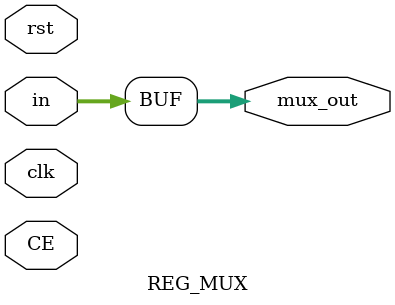
<source format=v>
module REG_MUX #(
  parameter RSTTYPE = "SYNC",
  parameter WIDTH = 18,
  parameter INREG = 0
  )
  (
    input [WIDTH-1:0] in,
    input rst,
    input clk,
    input CE,
    output [WIDTH-1:0] mux_out 
  );
  reg [WIDTH-1 : 0] reg_out ;

  generate
  if (RSTTYPE == "SYNC") begin
    always @(posedge clk) begin
      if(CE) begin
        if(rst)
          reg_out <= 0;
        else 
          reg_out <= in;
      end
    end
  end
  else if(RSTTYPE == "ASYNC") begin
    always @(posedge clk or posedge rst) begin
        if(rst)
          reg_out <= 0;
        else if(CE) 
          reg_out <= in;
    end 
  end
  endgenerate

  assign mux_out = (INREG)? reg_out : in;

endmodule
</source>
